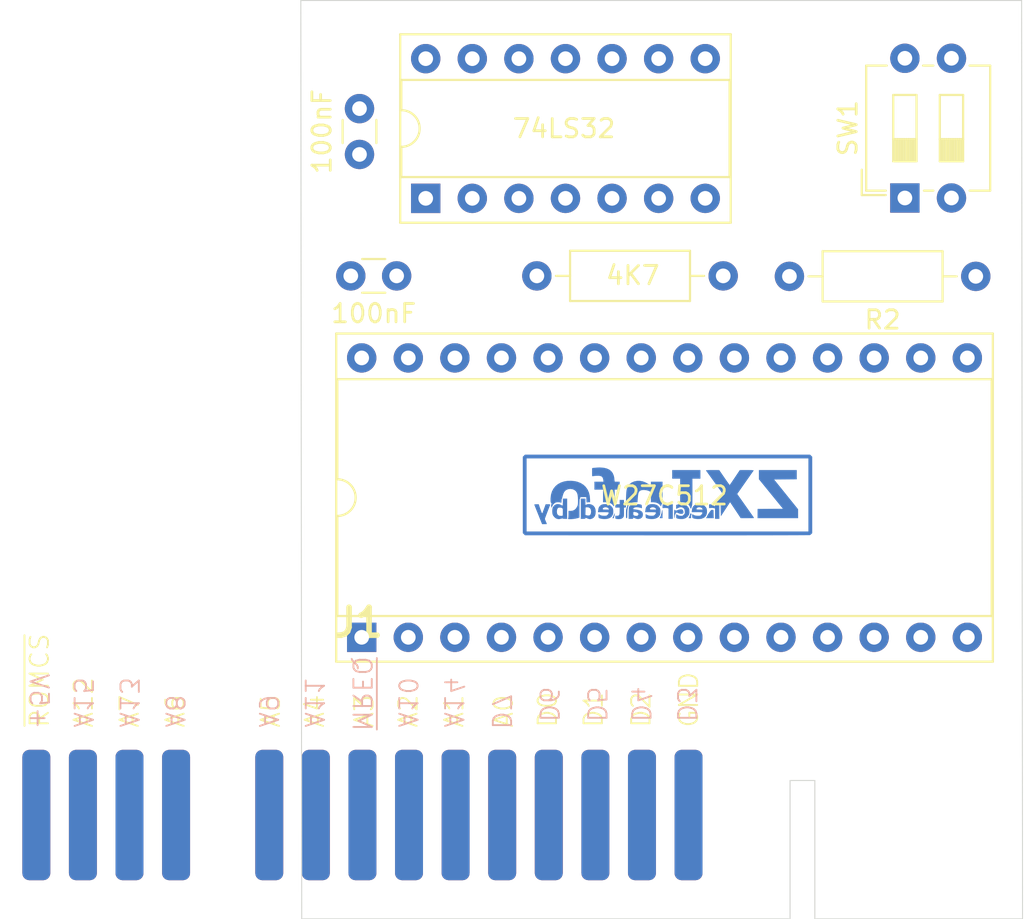
<source format=kicad_pcb>
(kicad_pcb (version 20240108) (generator "pcbnew") (generator_version "8.0")
  (layers (0 "F.Cu" signal) (1 "In1.Cu" signal) (2 "In2.Cu" signal) (31 "B.Cu" signal) (34 "B.Paste" user) (35 "F.Paste" user) (36 "B.SilkS" user "B.Silkscreen") (37 "F.SilkS" user "F.Silkscreen") (38 "B.Mask" user) (39 "F.Mask" user) (44 "Edge.Cuts" user))
  (net 0 "")
  (net 1 "+5V")
  (net 2 "Net-(J1-A15)")
  (net 3 "D0")
  (net 4 "Net-(U1-A14)")
  (net 5 "A6")
  (net 6 "A13")
  (net 7 "A2")
  (net 8 "Net-(U1-A15)")
  (net 9 "A7")
  (net 10 "A1")
  (net 11 "D2")
  (net 12 "A0")
  (net 13 "D3")
  (net 14 "D6")
  (net 15 "A5")
  (net 16 "D7")
  (net 17 "A12")
  (net 18 "D4")
  (net 19 "A8")
  (net 20 "A9")
  (net 21 "A10")
  (net 22 "D5")
  (net 23 "D1")
  (net 24 "A4")
  (net 25 "A3")
  (net 26 "Net-(J1-A14)")
  (net 27 "A11")
  (net 28 "Net-(J1-~{MREQ})")
  (net 29 "Net-(U1-~{CE})")
  (net 31 "Net-(U2-Pad3)")
  (net 33 "GND")
  (footprint "Resistor_THT:R_Axial_DIN0207_L6.3mm_D2.5mm_P10.16mm_Horizontal" (layer "F.Cu") (at 120.6 61.025 180)
    (property "Reference" "R2" (at 5.08 -2.37 180) (layer "F.SilkS"))
    (property "Value" "4K7")
    (pad "1" thru_hole circle (at 0 0 180) (size 1.6 1.6) (drill 0.8) (layers "*.Cu" "*.Mask") (net 1 "+5V"))
    (pad "2" thru_hole oval (at 10.16 0 180) (size 1.6 1.6) (drill 0.8) (layers "*.Cu" "*.Mask") (net 4 "Net-(U1-A14)"))
  )
  (footprint "Capacitor_THT:C_Disc_D3.0mm_W1.6mm_P2.50mm" (layer "F.Cu") (at 86.525 61)
    (property "Reference" "C2" (hide yes))
    (property "Value" "100nF" (at 1.25 2.05 0) (layer "F.SilkS"))
    (pad "1" thru_hole circle (at 0 0) (size 1.6 1.6) (drill 0.8) (layers "*.Cu" "*.Mask") (net 1 "+5V"))
    (pad "2" thru_hole circle (at 2.5 0) (size 1.6 1.6) (drill 0.8) (layers "*.Cu" "*.Mask") (net 33 "GND"))
  )
  (footprint "Package_DIP:DIP-28_W15.24mm_Socket" (layer "F.Cu") (at 87.12 80.715 90)
    (property "Reference" "U1" (hide yes))
    (property "Value" "W27C512" (at 7.725 16.505 0) (layer "F.SilkS"))
    (pad "1" thru_hole rect (at 0 0 90) (size 1.6 1.6) (drill 0.8) (layers "*.Cu" "*.Mask") (net 8 "Net-(U1-A15)"))
    (pad "2" thru_hole oval (at 0 2.54 90) (size 1.6 1.6) (drill 0.8) (layers "*.Cu" "*.Mask") (net 17 "A12"))
    (pad "3" thru_hole oval (at 0 5.08 90) (size 1.6 1.6) (drill 0.8) (layers "*.Cu" "*.Mask") (net 9 "A7"))
    (pad "4" thru_hole oval (at 0 7.62 90) (size 1.6 1.6) (drill 0.8) (layers "*.Cu" "*.Mask") (net 5 "A6"))
    (pad "5" thru_hole oval (at 0 10.16 90) (size 1.6 1.6) (drill 0.8) (layers "*.Cu" "*.Mask") (net 15 "A5"))
    (pad "6" thru_hole oval (at 0 12.7 90) (size 1.6 1.6) (drill 0.8) (layers "*.Cu" "*.Mask") (net 24 "A4"))
    (pad "7" thru_hole oval (at 0 15.24 90) (size 1.6 1.6) (drill 0.8) (layers "*.Cu" "*.Mask") (net 25 "A3"))
    (pad "8" thru_hole oval (at 0 17.78 90) (size 1.6 1.6) (drill 0.8) (layers "*.Cu" "*.Mask") (net 7 "A2"))
    (pad "9" thru_hole oval (at 0 20.32 90) (size 1.6 1.6) (drill 0.8) (layers "*.Cu" "*.Mask") (net 10 "A1"))
    (pad "10" thru_hole oval (at 0 22.86 90) (size 1.6 1.6) (drill 0.8) (layers "*.Cu" "*.Mask") (net 12 "A0"))
    (pad "11" thru_hole oval (at 0 25.4 90) (size 1.6 1.6) (drill 0.8) (layers "*.Cu" "*.Mask") (net 3 "D0"))
    (pad "12" thru_hole oval (at 0 27.94 90) (size 1.6 1.6) (drill 0.8) (layers "*.Cu" "*.Mask") (net 23 "D1"))
    (pad "13" thru_hole oval (at 0 30.48 90) (size 1.6 1.6) (drill 0.8) (layers "*.Cu" "*.Mask") (net 11 "D2"))
    (pad "14" thru_hole oval (at 0 33.02 90) (size 1.6 1.6) (drill 0.8) (layers "*.Cu" "*.Mask") (net 33 "GND"))
    (pad "15" thru_hole oval (at 15.24 33.02 90) (size 1.6 1.6) (drill 0.8) (layers "*.Cu" "*.Mask") (net 13 "D3"))
    (pad "16" thru_hole oval (at 15.24 30.48 90) (size 1.6 1.6) (drill 0.8) (layers "*.Cu" "*.Mask") (net 18 "D4"))
    (pad "17" thru_hole oval (at 15.24 27.94 90) (size 1.6 1.6) (drill 0.8) (layers "*.Cu" "*.Mask") (net 22 "D5"))
    (pad "18" thru_hole oval (at 15.24 25.4 90) (size 1.6 1.6) (drill 0.8) (layers "*.Cu" "*.Mask") (net 14 "D6"))
    (pad "19" thru_hole oval (at 15.24 22.86 90) (size 1.6 1.6) (drill 0.8) (layers "*.Cu" "*.Mask") (net 16 "D7"))
    (pad "20" thru_hole oval (at 15.24 20.32 90) (size 1.6 1.6) (drill 0.8) (layers "*.Cu" "*.Mask") (net 29 "Net-(U1-~{CE})"))
    (pad "21" thru_hole oval (at 15.24 17.78 90) (size 1.6 1.6) (drill 0.8) (layers "*.Cu" "*.Mask") (net 21 "A10"))
    (pad "22" thru_hole oval (at 15.24 15.24 90) (size 1.6 1.6) (drill 0.8) (layers "*.Cu" "*.Mask") (net 28 "Net-(J1-~{MREQ})"))
    (pad "23" thru_hole oval (at 15.24 12.7 90) (size 1.6 1.6) (drill 0.8) (layers "*.Cu" "*.Mask") (net 27 "A11"))
    (pad "24" thru_hole oval (at 15.24 10.16 90) (size 1.6 1.6) (drill 0.8) (layers "*.Cu" "*.Mask") (net 20 "A9"))
    (pad "25" thru_hole oval (at 15.24 7.62 90) (size 1.6 1.6) (drill 0.8) (layers "*.Cu" "*.Mask") (net 19 "A8"))
    (pad "26" thru_hole oval (at 15.24 5.08 90) (size 1.6 1.6) (drill 0.8) (layers "*.Cu" "*.Mask") (net 6 "A13"))
    (pad "27" thru_hole oval (at 15.24 2.54 90) (size 1.6 1.6) (drill 0.8) (layers "*.Cu" "*.Mask") (net 4 "Net-(U1-A14)"))
    (pad "28" thru_hole oval (at 15.24 0 90) (size 1.6 1.6) (drill 0.8) (layers "*.Cu" "*.Mask") (net 1 "+5V"))
  )
  (footprint "Capacitor_THT:C_Disc_D3.0mm_W1.6mm_P2.50mm" (layer "F.Cu") (at 87 51.875 -90)
    (property "Reference" "C1" (hide yes))
    (property "Value" "100nF" (at 1.25 2.05 90) (layer "F.SilkS"))
    (pad "1" thru_hole circle (at 0 0 270) (size 1.6 1.6) (drill 0.8) (layers "*.Cu" "*.Mask") (net 1 "+5V"))
    (pad "2" thru_hole circle (at 2.5 0 270) (size 1.6 1.6) (drill 0.8) (layers "*.Cu" "*.Mask") (net 33 "GND"))
  )
  (footprint "Button_Switch_THT:SW_DIP_SPSTx02_Slide_6.7x6.64mm_W7.62mm_P2.54mm_LowProfile" (layer "F.Cu") (at 116.735 56.75 90)
    (property "Reference" "SW1" (at 3.81 -3.11 -90) (layer "F.SilkS"))
    (property "Value" "SW_DIP_x02")
    (pad "1" thru_hole rect (at 0 0 90) (size 1.6 1.6) (drill 0.8) (layers "*.Cu" "*.Mask") (net 33 "GND"))
    (pad "2" thru_hole oval (at 0 2.54 90) (size 1.6 1.6) (drill 0.8) (layers "*.Cu" "*.Mask") (net 33 "GND"))
    (pad "3" thru_hole oval (at 7.62 2.54 90) (size 1.6 1.6) (drill 0.8) (layers "*.Cu" "*.Mask") (net 8 "Net-(U1-A15)"))
    (pad "4" thru_hole oval (at 7.62 0 90) (size 1.6 1.6) (drill 0.8) (layers "*.Cu" "*.Mask") (net 4 "Net-(U1-A14)"))
  )
  (footprint "ZXINFO_FOOTPRINT:CART_IF2_EDGE" (layer "F.Cu") (at 79.54 90.41)
    (property "Reference" "J1" (at 7.4 -10.5 360) (layer "F.SilkS") (effects (font (size 1.524 1.524) (thickness 0.3048))))
    (property "Value" "cartridge_IF2" (hide yes))
    (fp_text user "A8" (at -3.2 -4.7 -90) (layer "B.SilkS") (effects (font (thickness 0.1)) (justify left bottom mirror)))
    (fp_text user "A15" (at -8.2 -4.7 -90) (layer "B.SilkS") (effects (font (thickness 0.1)) (justify left bottom mirror)))
    (fp_text user "D7" (at 14.6 -4.6 -90) (layer "B.SilkS") (effects (font (thickness 0.1)) (justify left bottom mirror)))
    (fp_text user "A9" (at 1.9 -4.7 -90) (layer "B.SilkS") (effects (font (thickness 0.1)) (justify left bottom mirror)))
    (fp_text user "D6" (at 17.2 -5 -90) (layer "B.SilkS") (effects (font (thickness 0.1)) (justify left bottom mirror)))
    (fp_text user "A10" (at 9.5 -4.7 -90) (layer "B.SilkS") (effects (font (thickness 0.1)) (justify left bottom mirror)))
    (fp_text user "A13" (at -5.7 -4.7 -90) (layer "B.SilkS") (effects (font (thickness 0.1)) (justify left bottom mirror)))
    (fp_text user "~{MREQ}" (at 7 -4.5 -90) (layer "B.SilkS") (effects (font (thickness 0.1)) (justify left bottom mirror)))
    (fp_text user "A11" (at 4.4 -4.7 -90) (layer "B.SilkS") (effects (font (thickness 0.1)) (justify left bottom mirror)))
    (fp_text user "D3" (at 24.7 -5 -90) (layer "B.SilkS") (effects (font (thickness 0.1)) (justify left bottom mirror)))
    (fp_text user "D4" (at 22.2 -5 -90) (layer "B.SilkS") (effects (font (thickness 0.1)) (justify left bottom mirror)))
    (fp_text user "+5V" (at -10.6 -4.6 -90) (layer "B.SilkS") (effects (font (thickness 0.1)) (justify left bottom mirror)))
    (fp_text user "A14" (at 12 -4.7 -90) (layer "B.SilkS") (effects (font (thickness 0.1)) (justify left bottom mirror)))
    (fp_text user "D5" (at 19.8 -5 -90) (layer "B.SilkS") (effects (font (thickness 0.1)) (justify left bottom mirror)))
    (fp_text user "A12" (at -7 -4.7 90) (layer "F.SilkS") (effects (font (thickness 0.1)) (justify left bottom)))
    (fp_text user "A5" (at 3.2 -4.7 90) (layer "F.SilkS") (effects (font (thickness 0.1)) (justify left bottom)))
    (fp_text user "D0" (at 18.3 -4.7 90) (layer "F.SilkS") (effects (font (thickness 0.1)) (justify left bottom)))
    (fp_text user "GND" (at 26 -4.7 90) (layer "F.SilkS") (effects (font (thickness 0.1)) (justify left bottom)))
    (fp_text user "D1" (at 20.8 -4.7 90) (layer "F.SilkS") (effects (font (thickness 0.1)) (justify left bottom)))
    (fp_text user "A1" (at 13.2 -4.7 90) (layer "F.SilkS") (effects (font (thickness 0.1)) (justify left bottom)))
    (fp_text user "A7" (at -4.5 -4.7 90) (layer "F.SilkS") (effects (font (thickness 0.1)) (justify left bottom)))
    (fp_text user "D2" (at 23.4 -4.7 90) (layer "F.SilkS") (effects (font (thickness 0.1)) (justify left bottom)))
    (fp_text user "A3" (at 8.3 -4.7 90) (layer "F.SilkS") (effects (font (thickness 0.1)) (justify left bottom)))
    (fp_text user "A4" (at 5.6 -4.7 90) (layer "F.SilkS") (effects (font (thickness 0.1)) (justify left bottom)))
    (fp_text user "A6" (at -2 -4.7 90) (layer "F.SilkS") (effects (font (thickness 0.1)) (justify left bottom)))
    (fp_text user "A2" (at 10.7 -4.7 90) (layer "F.SilkS") (effects (font (thickness 0.1)) (justify left bottom)))
    (fp_text user "A0" (at 15.9 -4.7 90) (layer "F.SilkS") (effects (font (thickness 0.1)) (justify left bottom)))
    (fp_text user "~{ROMCS}" (at -9.4 -4.7 90) (layer "F.SilkS") (effects (font (thickness 0.1)) (justify left bottom)))
    (pad "1" connect roundrect (at -10.16 0) (size 1.524 7.112) (layers "F.Cu") (net 1 "+5V"))
    (pad "2" connect roundrect (at -10.16 0) (size 1.524 7.112) (layers "B.Cu") (net 1 "+5V"))
    (pad "3" connect roundrect (at -7.62 0) (size 1.524 7.112) (layers "F.Cu") (net 17 "A12"))
    (pad "4" connect roundrect (at -7.62 0) (size 1.524 7.112) (layers "B.Cu") (net 2 "Net-(J1-A15)"))
    (pad "5" connect roundrect (at -5.08 0) (size 1.524 7.112) (layers "F.Cu") (net 9 "A7"))
    (pad "6" connect roundrect (at -5.08 0) (size 1.524 7.112) (layers "B.Cu") (net 6 "A13"))
    (pad "7" connect roundrect (at -2.54 0) (size 1.524 7.112) (layers "F.Cu") (net 5 "A6"))
    (pad "8" connect roundrect (at -2.54 0) (size 1.524 7.112) (layers "B.Cu") (net 19 "A8"))
    (pad "9" connect roundrect (at 2.54 0) (size 1.524 7.112) (layers "F.Cu") (net 15 "A5"))
    (pad "10" connect roundrect (at 2.54 0) (size 1.524 7.112) (layers "B.Cu") (net 20 "A9"))
    (pad "11" connect roundrect (at 5.08 0) (size 1.524 7.112) (layers "F.Cu") (net 24 "A4"))
    (pad "12" connect roundrect (at 5.08 0) (size 1.524 7.112) (layers "B.Cu") (net 27 "A11"))
    (pad "13" connect roundrect (at 7.62 0) (size 1.524 7.112) (layers "F.Cu") (net 25 "A3"))
    (pad "14" connect roundrect (at 7.62 0) (size 1.524 7.112) (layers "B.Cu") (net 28 "Net-(J1-~{MREQ})"))
    (pad "15" connect roundrect (at 10.16 0) (size 1.524 7.112) (layers "F.Cu") (net 7 "A2"))
    (pad "16" connect roundrect (at 10.16 0) (size 1.524 7.112) (layers "B.Cu") (net 21 "A10"))
    (pad "17" connect roundrect (at 12.7 0) (size 1.524 7.112) (layers "F.Cu") (net 10 "A1"))
    (pad "18" connect roundrect (at 12.7 0) (size 1.524 7.112) (layers "B.Cu") (net 26 "Net-(J1-A14)"))
    (pad "19" connect roundrect (at 15.24 0) (size 1.524 7.112) (layers "F.Cu") (net 12 "A0"))
    (pad "20" connect roundrect (at 15.24 0) (size 1.524 7.112) (layers "B.Cu") (net 16 "D7"))
    (pad "21" connect roundrect (at 17.78 0) (size 1.524 7.112) (layers "F.Cu") (net 3 "D0"))
    (pad "22" connect roundrect (at 17.78 0) (size 1.524 7.112) (layers "B.Cu") (net 14 "D6"))
    (pad "23" connect roundrect (at 20.32 0) (size 1.524 7.112) (layers "F.Cu") (net 23 "D1"))
    (pad "24" connect roundrect (at 20.32 0) (size 1.524 7.112) (layers "B.Cu") (net 22 "D5"))
    (pad "25" connect roundrect (at 22.86 0) (size 1.524 7.112) (layers "F.Cu") (net 11 "D2"))
    (pad "26" connect roundrect (at 22.86 0) (size 1.524 7.112) (layers "B.Cu") (net 18 "D4"))
    (pad "27" connect roundrect (at 25.4 0) (size 1.524 7.112) (layers "F.Cu") (net 33 "GND"))
    (pad "28" connect roundrect (at 25.4 0) (size 1.524 7.112) (layers "B.Cu") (net 13 "D3"))
  )
  (footprint "Resistor_THT:R_Axial_DIN0207_L6.3mm_D2.5mm_P10.16mm_Horizontal" (layer "F.Cu") (at 106.83 61 180)
    (property "Reference" "R1" (hide yes))
    (property "Value" "4K7" (at 4.93 0.025 180) (layer "F.SilkS"))
    (pad "1" thru_hole circle (at 0 0 180) (size 1.6 1.6) (drill 0.8) (layers "*.Cu" "*.Mask") (net 1 "+5V"))
    (pad "2" thru_hole oval (at 10.16 0 180) (size 1.6 1.6) (drill 0.8) (layers "*.Cu" "*.Mask") (net 8 "Net-(U1-A15)"))
  )
  (footprint "Package_DIP:DIP-14_W7.62mm_Socket" (layer "F.Cu") (at 90.61 56.77 90)
    (property "Reference" "U2" (hide yes))
    (property "Value" "74LS32" (at 3.81 7.54 180) (layer "F.SilkS"))
    (pad "1" thru_hole rect (at 0 0 90) (size 1.6 1.6) (drill 0.8) (layers "*.Cu" "*.Mask") (net 2 "Net-(J1-A15)"))
    (pad "2" thru_hole oval (at 0 2.54 90) (size 1.6 1.6) (drill 0.8) (layers "*.Cu" "*.Mask") (net 26 "Net-(J1-A14)"))
    (pad "3" thru_hole oval (at 0 5.08 90) (size 1.6 1.6) (drill 0.8) (layers "*.Cu" "*.Mask") (net 31 "Net-(U2-Pad3)"))
    (pad "4" thru_hole oval (at 0 7.62 90) (size 1.6 1.6) (drill 0.8) (layers "*.Cu" "*.Mask") (net 31 "Net-(U2-Pad3)"))
    (pad "5" thru_hole oval (at 0 10.16 90) (size 1.6 1.6) (drill 0.8) (layers "*.Cu" "*.Mask") (net 28 "Net-(J1-~{MREQ})"))
    (pad "6" thru_hole oval (at 0 12.7 90) (size 1.6 1.6) (drill 0.8) (layers "*.Cu" "*.Mask") (net 29 "Net-(U1-~{CE})"))
    (pad "7" thru_hole oval (at 0 15.24 90) (size 1.6 1.6) (drill 0.8) (layers "*.Cu" "*.Mask") (net 33 "GND"))
    (pad "8" thru_hole oval (at 7.62 15.24 90) (size 1.6 1.6) (drill 0.8) (layers "*.Cu" "*.Mask"))
    (pad "9" thru_hole oval (at 7.62 12.7 90) (size 1.6 1.6) (drill 0.8) (layers "*.Cu" "*.Mask") (net 33 "GND"))
    (pad "10" thru_hole oval (at 7.62 10.16 90) (size 1.6 1.6) (drill 0.8) (layers "*.Cu" "*.Mask") (net 33 "GND"))
    (pad "11" thru_hole oval (at 7.62 7.62 90) (size 1.6 1.6) (drill 0.8) (layers "*.Cu" "*.Mask"))
    (pad "12" thru_hole oval (at 7.62 5.08 90) (size 1.6 1.6) (drill 0.8) (layers "*.Cu" "*.Mask") (net 33 "GND"))
    (pad "13" thru_hole oval (at 7.62 2.54 90) (size 1.6 1.6) (drill 0.8) (layers "*.Cu" "*.Mask") (net 33 "GND"))
    (pad "14" thru_hole oval (at 7.62 0 90) (size 1.6 1.6) (drill 0.8) (layers "*.Cu" "*.Mask") (net 1 "+5V"))
  )
  (footprint "ZXINFO_FOOTPRINT:ZXInfo_kicad_logo_copper_16.5x5" (layer "B.Cu") (at 103.775 72.95 180)
    (property "Reference" "G200" (hide yes))
    (property "Value" "LOGO" (hide yes))
    (fp_poly (pts (xy 3.442226 -1.041726) (xy 3.433167 -1.050785) (xy 3.424109 -1.041726) (xy 3.433167 -1.032668)) (fill solid) (layer "B.Cu"))
    (fp_poly (pts (xy 0.869615 -1.041726) (xy 0.860557 -1.050785) (xy 0.851498 -1.041726) (xy 0.860557 -1.032668)) (fill solid) (layer "B.Cu"))
    (fp_poly (pts (xy -1.666761 -1.041726) (xy -1.67582 -1.050785) (xy -1.684878 -1.041726) (xy -1.67582 -1.032668)) (fill solid) (layer "B.Cu"))
    (fp_poly (pts (xy 2.899722 -1.068902) (xy 2.924255 -1.133892) (xy 2.949639 -1.192455) (xy 2.962832 -1.218367) (xy 2.980634 -1.252735) (xy 2.976375 -1.265988) (xy 2.946461 -1.268188) (xy 2.945033 -1.268188) (xy 2.911749 -1.262378) (xy 2.899748 -1.237553) (xy 2.898717 -1.214907) (xy 2.893132 -1.173068) (xy 2.8806 -1.150428) (xy 2.870112 -1.127107) (xy 2.864277 -1.080839) (xy 2.863806 -1.054245) (xy 2.86513 -0.969258)) (fill solid) (layer "B.Cu"))
    (fp_poly (pts (xy 0.283333 -0.831283) (xy 0.28954 -0.871074) (xy 0.289872 -0.884214) (xy 0.297028 -0.94415) (xy 0.315677 -1.022864) (xy 0.341593 -1.10649) (xy 0.370546 -1.181161) (xy 0.39451 -1.227425) (xy 0.40866 -1.252212) (xy 0.4043 -1.264128) (xy 0.374809 -1.267887) (xy 0.337248 -1.268188) (xy 0.253638 -1.268188) (xy 0.253638 -1.041726) (xy 0.255033 -0.943622) (xy 0.25901 -0.870666) (xy 0.265253 -0.826789) (xy 0.271755 -0.815264)) (fill solid) (layer "B.Cu"))
    (fp_poly (pts (xy -1.262033 -1.022241) (xy -1.244966 -1.072991) (xy -1.241357 -1.084427) (xy -1.218935 -1.147917) (xy -1.195444 -1.202807) (xy -1.182407 -1.226847) (xy -1.167243 -1.253006) (xy -1.172226 -1.264853) (xy -1.203866 -1.268056) (xy -1.22987 -1.268188) (xy -1.304422 -1.268188) (xy -1.304422 -1.181227) (xy -1.308334 -1.125725) (xy -1.318244 -1.084644) (xy -1.32435 -1.074337) (xy -1.331666 -1.050831) (xy -1.308749 -1.018878) (xy -1.288437 -1.000522) (xy -1.274694 -0.999864)) (fill solid) (layer "B.Cu"))
    (fp_poly (pts (xy -2.410635 -0.817249) (xy -2.386968 -0.834843) (xy -2.357145 -0.870316) (xy -2.315067 -0.928776) (xy -2.296326 -0.955598) (xy -2.252422 -1.01987) (xy -2.217655 -1.073248) (xy -2.196495 -1.108727) (xy -2.192154 -1.118924) (xy -2.184261 -1.142297) (xy -2.164499 -1.184046) (xy -2.155884 -1.200518) (xy -2.119615 -1.268188) (xy -2.328553 -1.268188) (xy -2.537491 -1.268188) (xy -2.532405 -1.046256) (xy -2.527318 -0.824323) (xy -2.463908 -0.815259) (xy -2.434249 -0.812424)) (fill solid) (layer "B.Cu"))
    (fp_poly (pts (xy -5.000285 1.106895) (xy -5.000285 0.855016) (xy -5.65394 0.051581) (xy -6.307594 -0.751855) (xy -5.617706 -0.756599) (xy -4.927817 -0.761344) (xy -4.927817 -1.014766) (xy -4.927817 -1.268188) (xy -6.032952 -1.268188) (xy -7.138088 -1.268188) (xy -7.138088 -1.02381) (xy -7.138088 -0.779432) (xy -6.485211 0.031504) (xy -5.832333 0.842439) (xy -6.448977 0.847206) (xy -7.06562 0.851973) (xy -7.06562 1.105373) (xy -7.06562 1.358773) (xy -6.032952 1.358773) (xy -5.000285 1.358773)) (fill solid) (layer "B.Cu"))
    (fp_poly (pts (xy -0.072467 -0.561626) (xy -0.071154 -0.599745) (xy -0.067989 -0.615747) (xy -0.067938 -0.615748) (xy -0.050776 -0.608094) (xy -0.01023 -0.588277) (xy 0.043317 -0.561397) (xy 0.107224 -0.53294) (xy 0.166143 -0.513336) (xy 0.20184 -0.507275) (xy 0.230885 -0.509) (xy 0.246343 -0.519963) (xy 0.252499 -0.548851) (xy 0.253636 -0.604347) (xy 0.253638 -0.612307) (xy 0.253638 -0.717338) (xy 0.140407 -0.710384) (xy 0.071241 -0.709698) (xy 0.009537 -0.715122) (xy -0.022646 -0.722665) (xy -0.072467 -0.741899) (xy -0.072467 -1.023161) (xy -0.072467 -1.304422) (xy -0.190228 -1.304422) (xy -0.307988 -1.304422) (xy -0.307988 -0.905849) (xy -0.307988 -0.507275) (xy -0.190228 -0.507275) (xy -0.072467 -0.507275)) (fill solid) (layer "B.Cu"))
    (fp_poly (pts (xy -2.608844 -0.561626) (xy -2.60753 -0.599745) (xy -2.604365 -0.615747) (xy -2.604315 -0.615748) (xy -2.587152 -0.608094) (xy -2.546607 -0.588277) (xy -2.49306 -0.561397) (xy -2.429152 -0.53294) (xy -2.370233 -0.513336) (xy -2.334536 -0.507275) (xy -2.305492 -0.509) (xy -2.290034 -0.519963) (xy -2.283878 -0.548851) (xy -2.282741 -0.604347) (xy -2.282738 -0.612307) (xy -2.282738 -0.717338) (xy -2.39597 -0.710384) (xy -2.465136 -0.709698) (xy -2.52684 -0.715122) (xy -2.559022 -0.722665) (xy -2.608844 -0.741899) (xy -2.608844 -1.023161) (xy -2.608844 -1.304422) (xy -2.726604 -1.304422) (xy -2.844365 -1.304422) (xy -2.844365 -0.905849) (xy -2.844365 -0.507275) (xy -2.726604 -0.507275) (xy -2.608844 -0.507275)) (fill solid) (layer "B.Cu"))
    (fp_poly (pts (xy -0.271754 1.123252) (xy -0.271754 0.887732) (xy -0.489158 0.887732) (xy -0.706562 0.887732) (xy -0.706562 0.244579) (xy -0.706562 -0.398574) (xy -0.819793 -0.399369) (xy -0.949182 -0.410728) (xy -1.054789 -0.444868) (xy -1.140826 -0.50489) (xy -1.211503 -0.593894) (xy -1.271034 -0.71498) (xy -1.280039 -0.738155) (xy -1.289198 -0.754162) (xy -1.299422 -0.748716) (xy -1.313429 -0.717468) (xy -1.333934 -0.656067) (xy -1.336614 -0.64757) (xy -1.347093 -0.613073) (xy -1.355627 -0.580192) (xy -1.36241 -0.544908) (xy -1.367641 -0.503201) (xy -1.371515 -0.451053) (xy -1.37423 -0.384444) (xy -1.375982 -0.299356) (xy -1.376966 -0.191768) (xy -1.377381 -0.057663) (xy -1.377423 0.106979) (xy -1.377377 0.185699) (xy -1.37689 0.887732) (xy -1.594293 0.887732) (xy -1.811697 0.887732) (xy -1.811697 1.123252) (xy -1.811697 1.358773) (xy -1.041726 1.358773) (xy -0.271754 1.358773)) (fill solid) (layer "B.Cu"))
    (fp_poly (pts (xy -0.734216 -0.784943) (xy -0.706871 -0.787989) (xy -0.642835 -0.799458) (xy -0.588276 -0.815595) (xy -0.566792 -0.825783) (xy -0.517265 -0.846318) (xy -0.468038 -0.849842) (xy -0.431997 -0.836484) (xy -0.423242 -0.824323) (xy -0.407537 -0.796749) (xy -0.39541 -0.805206) (xy -0.386859 -0.849699) (xy -0.381881 -0.930237) (xy -0.380456 -1.032668) (xy -0.3818 -1.133394) (xy -0.385641 -1.208666) (xy -0.391692 -1.254748) (xy -0.398573 -1.268188) (xy -0.409088 -1.251933) (xy -0.415625 -1.210536) (xy -0.41669 -1.181227) (xy -0.419924 -1.126428) (xy -0.428124 -1.086716) (xy -0.433273 -1.077054) (xy -0.448407 -1.046843) (xy -0.455919 -1.014551) (xy -0.475518 -0.977193) (xy -0.516825 -0.963175) (xy -0.573188 -0.973282) (xy -0.61842 -0.995364) (xy -0.681517 -1.02119) (xy -0.75308 -1.031972) (xy -0.81982 -1.027224) (xy -0.868447 -1.006458) (xy -0.870607 -1.004594) (xy -0.889485 -0.965469) (xy -0.887621 -0.910448) (xy -0.86699 -0.851861) (xy -0.839828 -0.812379) (xy -0.815314 -0.791506) (xy -0.784128 -0.783098)) (fill solid) (layer "B.Cu"))
    (fp_poly (pts (xy 2.590728 -0.389515) (xy 2.590728 -0.507275) (xy 2.708488 -0.507275) (xy 2.826249 -0.507275) (xy 2.826249 -0.59786) (xy 2.826249 -0.688445) (xy 2.708488 -0.688445) (xy 2.590728 -0.688445) (xy 2.590995 -0.865086) (xy 2.593035 -0.96927) (xy 2.600636 -1.042583) (xy 2.616568 -1.090282) (xy 2.6436 -1.117622) (xy 2.684502 -1.129859) (xy 2.731837 -1.132311) (xy 2.826313 -1.132311) (xy 2.826281 -1.215996) (xy 2.824749 -1.267229) (xy 2.814923 -1.293295) (xy 2.788878 -1.305259) (xy 2.75831 -1.310911) (xy 2.632964 -1.320216) (xy 2.520233 -1.306427) (xy 2.506175 -1.30266) (xy 2.455889 -1.277306) (xy 2.407719 -1.236893) (xy 2.402002 -1.230436) (xy 2.383105 -1.206362) (xy 2.370128 -1.182243) (xy 2.36196 -1.150989) (xy 2.357491 -1.105513) (xy 2.355611 -1.038724) (xy 2.355209 -0.943533) (xy 2.355207 -0.931634) (xy 2.355207 -0.688445) (xy 2.300856 -0.688445) (xy 2.268682 -0.686466) (xy 2.252638 -0.674298) (xy 2.247116 -0.642593) (xy 2.246505 -0.59786) (xy 2.247693 -0.544236) (xy 2.254994 -0.517496) (xy 2.274017 -0.508293) (xy 2.300856 -0.507275) (xy 2.355207 -0.507275) (xy 2.355207 -0.389515) (xy 2.355207 -0.271755) (xy 2.472968 -0.271755) (xy 2.590728 -0.271755)) (fill solid) (layer "B.Cu"))
    (fp_poly (pts (xy 7.812598 2.141984) (xy 7.871826 2.082755) (xy 7.871826 0) (xy 7.871826 -2.082756) (xy 7.812598 -2.141984) (xy 7.75337 -2.201213) (xy 0.004182 -2.204627) (xy -0.524047 -2.204825) (xy -1.043204 -2.204951) (xy -1.55211 -2.205006) (xy -2.049585 -2.204993) (xy -2.534449 -2.204913) (xy -3.005522 -2.204768) (xy -3.461623 -2.20456) (xy -3.901573 -2.20429) (xy -4.324191 -2.20396) (xy -4.728297 -2.203573) (xy -5.112711 -2.203129) (xy -5.476254 -2.20263) (xy -5.817744 -2.202079) (xy -6.136003 -2.201477) (xy -6.429849 -2.200826) (xy -6.698102 -2.200127) (xy -6.939583 -2.199382) (xy -7.153112 -2.198594) (xy -7.337508 -2.197763) (xy -7.49159 -2.196892) (xy -7.61418 -2.195982) (xy -7.704097 -2.195035) (xy -7.760161 -2.194054) (xy -7.781192 -2.193038) (xy -7.781241 -2.19302) (xy -7.818196 -2.169603) (xy -7.859425 -2.132801) (xy -7.862767 -2.129266) (xy -7.908059 -2.080533) (xy -7.908059 0.001111) (xy -7.908059 1.992867) (xy -7.699714 1.992867) (xy -7.699714 0) (xy -7.699714 -1.992867) (xy -0.018117 -1.992867) (xy 7.663481 -1.992867) (xy 7.663481 0) (xy 7.663481 1.992867) (xy -0.018117 1.992867) (xy -7.699714 1.992867) (xy -7.908059 1.992867) (xy -7.908059 2.082755) (xy -7.848831 2.141984) (xy -7.789602 2.201212) (xy -0.018117 2.201212) (xy 7.753369 2.201212)) (fill solid) (layer "B.Cu"))
    (fp_poly (pts (xy 4.710414 -0.751855) (xy 4.710414 -1.304422) (xy 4.583595 -1.304422) (xy 4.516866 -1.303407) (xy 4.478632 -1.298926) (xy 4.46118 -1.288825) (xy 4.456794 -1.270952) (xy 4.456777 -1.269022) (xy 4.454775 -1.250124) (xy 4.443578 -1.244758) (xy 4.415401 -1.253653) (xy 4.362455 -1.277534) (xy 4.361662 -1.277903) (xy 4.27208 -1.311498) (xy 4.195027 -1.319435) (xy 4.117915 -1.302171) (xy 4.083586 -1.288019) (xy 4.000494 -1.23225) (xy 3.941726 -1.151038) (xy 3.906879 -1.043562) (xy 3.895967 -0.914016) (xy 4.148788 -0.914016) (xy 4.156576 -0.986621) (xy 4.177104 -1.051369) (xy 4.206114 -1.09731) (xy 4.225404 -1.111127) (xy 4.276851 -1.120658) (xy 4.34274 -1.11943) (xy 4.403115 -1.108064) (xy 4.4109 -1.105358) (xy 4.457967 -1.087463) (xy 4.452843 -0.883425) (xy 4.447718 -0.679387) (xy 4.377449 -0.673625) (xy 4.287643 -0.680198) (xy 4.219277 -0.715631) (xy 4.173372 -0.778846) (xy 4.150954 -0.868769) (xy 4.148788 -0.914016) (xy 3.895967 -0.914016) (xy 3.895545 -0.909003) (xy 3.895548 -0.907675) (xy 3.91017 -0.778175) (xy 3.952034 -0.670315) (xy 4.01953 -0.586101) (xy 4.111046 -0.527538) (xy 4.224973 -0.496635) (xy 4.225473 -0.496569) (xy 4.319517 -0.498868) (xy 4.379779 -0.514186) (xy 4.456777 -0.541902) (xy 4.456777 -0.370595) (xy 4.456777 -0.199287) (xy 4.583595 -0.199287) (xy 4.710414 -0.199287)) (fill solid) (layer "B.Cu"))
    (fp_poly (pts (xy 6.712804 -0.747325) (xy 6.745121 -0.834995) (xy 6.773912 -0.910523) (xy 6.796584 -0.967298) (xy 6.810546 -0.99871) (xy 6.812785 -1.002366) (xy 6.824047 -0.993177) (xy 6.843953 -0.954136) (xy 6.870604 -0.890055) (xy 6.9021 -0.805748) (xy 6.936541 -0.706026) (xy 6.967116 -0.611448) (xy 6.99977 -0.507275) (xy 7.12328 -0.507275) (xy 7.184904 -0.509098) (xy 7.229222 -0.513885) (xy 7.246933 -0.520615) (xy 7.246956 -0.520863) (xy 7.240473 -0.540413) (xy 7.22202 -0.589409) (xy 7.193223 -0.663708) (xy 7.155703 -0.759169) (xy 7.111085 -0.87165) (xy 7.060992 -0.997008) (xy 7.034082 -1.064011) (xy 6.821042 -1.59357) (xy 6.689694 -1.593932) (xy 6.625953 -1.592773) (xy 6.579268 -1.589381) (xy 6.558643 -1.584453) (xy 6.558346 -1.583743) (xy 6.565135 -1.563183) (xy 6.583067 -1.518584) (xy 6.608486 -1.458982) (xy 6.612697 -1.449358) (xy 6.6391 -1.386591) (xy 6.658425 -1.335679) (xy 6.666931 -1.306558) (xy 6.667048 -1.304944) (xy 6.660751 -1.282567) (xy 6.643153 -1.231755) (xy 6.616193 -1.1578) (xy 6.581811 -1.065995) (xy 6.541946 -0.961633) (xy 6.528764 -0.927524) (xy 6.487033 -0.81942) (xy 6.449509 -0.721424) (xy 6.418279 -0.639051) (xy 6.395429 -0.577814) (xy 6.383048 -0.543229) (xy 6.381716 -0.53898) (xy 6.38109 -0.5223) (xy 6.395426 -0.512718) (xy 6.431742 -0.50834) (xy 6.497056 -0.507276) (xy 6.499323 -0.507275) (xy 6.625697 -0.507275)) (fill solid) (layer "B.Cu"))
    (fp_poly (pts (xy -0.700169 -0.502509) (xy -0.623145 -0.510281) (xy -0.566155 -0.521669) (xy -0.489158 -0.544906) (xy -0.489158 -0.65291) (xy -0.490257 -0.710042) (xy -0.493111 -0.749192) (xy -0.496367 -0.760913) (xy -0.514872 -0.752699) (xy -0.554168 -0.731726) (xy -0.582423 -0.715839) (xy -0.677322 -0.677245) (xy -0.768357 -0.669885) (xy -0.849729 -0.693637) (xy -0.890964 -0.72229) (xy -0.923183 -0.754794) (xy -0.941846 -0.788067) (xy -0.951708 -0.834529) (xy -0.956752 -0.89412) (xy -0.959901 -0.959199) (xy -0.956369 -1.000877) (xy -0.942166 -1.031886) (xy -0.913299 -1.06496) (xy -0.898541 -1.079832) (xy -0.859684 -1.116423) (xy -0.827827 -1.135216) (xy -0.788892 -1.140899) (xy -0.7288 -1.138158) (xy -0.724287 -1.137833) (xy -0.629166 -1.122173) (xy -0.562309 -1.090388) (xy -0.524787 -1.06443) (xy -0.500961 -1.051211) (xy -0.49895 -1.050785) (xy -0.493748 -1.067235) (xy -0.490197 -1.10993) (xy -0.489158 -1.157714) (xy -0.490213 -1.217771) (xy -0.496558 -1.251948) (xy -0.512966 -1.270595) (xy -0.544209 -1.28406) (xy -0.548038 -1.285416) (xy -0.624979 -1.303392) (xy -0.720959 -1.313049) (xy -0.819563 -1.313547) (xy -0.904378 -1.304045) (xy -0.905848 -1.303741) (xy -1.010058 -1.265539) (xy -1.100616 -1.20079) (xy -1.167735 -1.116751) (xy -1.174174 -1.104893) (xy -1.196668 -1.054381) (xy -1.208459 -1.004765) (xy -1.211794 -0.942353) (xy -1.21034 -0.884667) (xy -1.20527 -0.807638) (xy -1.195242 -0.753631) (xy -1.176596 -0.709458) (xy -1.15036 -0.668543) (xy -1.073517 -0.587049) (xy -0.975771 -0.532792) (xy -0.854904 -0.504765) (xy -0.779921 -0.50019)) (fill solid) (layer "B.Cu"))
    (fp_poly (pts (xy 5.688731 -0.389515) (xy 5.690253 -0.469679) (xy 5.694403 -0.532488) (xy 5.700556 -0.570985) (xy 5.705812 -0.579743) (xy 5.731431 -0.571293) (xy 5.773022 -0.550412) (xy 5.782809 -0.544838) (xy 5.882577 -0.504565) (xy 5.981867 -0.496445) (xy 6.074686 -0.518234) (xy 6.155042 -0.567684) (xy 6.216944 -0.64255) (xy 6.249268 -0.719655) (xy 6.264093 -0.808095) (xy 6.267208 -0.911619) (xy 6.258632 -1.011027) (xy 6.248881 -1.057211) (xy 6.215191 -1.129738) (xy 6.159489 -1.201641) (xy 6.092216 -1.26189) (xy 6.023811 -1.299456) (xy 6.017728 -1.301416) (xy 5.944451 -1.31798) (xy 5.877789 -1.318034) (xy 5.800589 -1.301091) (xy 5.779316 -1.29467) (xy 5.725682 -1.281785) (xy 5.695508 -1.282888) (xy 5.69175 -1.286823) (xy 5.671946 -1.295882) (xy 5.62617 -1.302235) (xy 5.569461 -1.304422) (xy 5.45321 -1.304422) (xy 5.45321 -0.931032) (xy 5.688731 -0.931032) (xy 5.68984 -1.009841) (xy 5.692831 -1.074632) (xy 5.697205 -1.117172) (xy 5.700809 -1.129292) (xy 5.730279 -1.139219) (xy 5.781517 -1.141328) (xy 5.841105 -1.136454) (xy 5.895622 -1.125431) (xy 5.921624 -1.115553) (xy 5.973929 -1.071711) (xy 6.004494 -1.003769) (xy 6.014823 -0.908316) (xy 6.014836 -0.904097) (xy 6.006394 -0.822398) (xy 5.983474 -0.75464) (xy 5.949691 -0.709793) (xy 5.932498 -0.699699) (xy 5.874363 -0.688956) (xy 5.806456 -0.691869) (xy 5.747161 -0.706909) (xy 5.728996 -0.716648) (xy 5.71075 -0.732195) (xy 5.699024 -0.753099) (xy 5.692395 -0.786938) (xy 5.689439 -0.841293) (xy 5.688733 -0.923744) (xy 5.688731 -0.931032) (xy 5.45321 -0.931032) (xy 5.45321 -0.751855) (xy 5.45321 -0.199287) (xy 5.570971 -0.199287) (xy 5.688731 -0.199287)) (fill solid) (layer "B.Cu"))
    (fp_poly (pts (xy 3.800914 1.49601) (xy 3.885638 1.490002) (xy 3.962139 1.483314) (xy 4.019708 1.476945) (xy 4.040964 1.47364) (xy 4.094437 1.462946) (xy 4.094437 1.236635) (xy 4.094259 1.142914) (xy 4.093013 1.07983) (xy 4.089635 1.041789) (xy 4.083056 1.023194) (xy 4.072213 1.018449) (xy 4.056038 1.021958) (xy 4.053674 1.022673) (xy 4.017565 1.029343) (xy 3.956256 1.036526) (xy 3.880739 1.043013) (xy 3.849858 1.04509) (xy 3.726502 1.046455) (xy 3.632888 1.031746) (xy 3.565221 0.998599) (xy 3.519704 0.944649) (xy 3.492539 0.867533) (xy 3.484413 0.817555) (xy 3.473413 0.724679) (xy 3.720515 0.724679) (xy 3.967618 0.724679) (xy 3.967618 0.507275) (xy 3.967618 0.289871) (xy 3.732097 0.289871) (xy 3.496577 0.289871) (xy 3.496577 -0.054351) (xy 3.496577 -0.398574) (xy 3.34614 -0.398574) (xy 3.205994 -0.411036) (xy 3.090635 -0.448918) (xy 2.998315 -0.512966) (xy 2.951408 -0.566792) (xy 2.920339 -0.608382) (xy 2.904738 -0.622872) (xy 2.899306 -0.612858) (xy 2.898717 -0.592589) (xy 2.892408 -0.553164) (xy 2.8806 -0.534451) (xy 2.87444 -0.512681) (xy 2.869424 -0.45754) (xy 2.865677 -0.371878) (xy 2.863323 -0.258545) (xy 2.862483 -0.120389) (xy 2.862483 -0.116691) (xy 2.862483 0.289871) (xy 2.726605 0.289871) (xy 2.590728 0.289871) (xy 2.590728 0.507275) (xy 2.590728 0.724679) (xy 2.724341 0.724679) (xy 2.857953 0.724679) (xy 2.869277 0.781294) (xy 2.877704 0.843208) (xy 2.8806 0.897146) (xy 2.886013 0.945648) (xy 2.900105 1.012715) (xy 2.917021 1.0743) (xy 2.974431 1.203439) (xy 3.059591 1.309493) (xy 3.172208 1.392322) (xy 3.311988 1.451786) (xy 3.478637 1.487745) (xy 3.671862 1.500059)) (fill solid) (layer "B.Cu"))
    (fp_poly (pts (xy 3.48252 -0.504681) (xy 3.560976 -0.522705) (xy 3.623047 -0.556297) (xy 3.670953 -0.600668) (xy 3.710905 -0.651388) (xy 3.736445 -0.70436) (xy 3.752595 -0.772457) (xy 3.760301 -0.829739) (xy 3.773012 -0.942083) (xy 3.4808 -0.942083) (xy 3.371895 -0.942297) (xy 3.294033 -0.943364) (xy 3.242021 -0.945924) (xy 3.210669 -0.950615) (xy 3.194786 -0.958075) (xy 3.18918 -0.968943) (xy 3.188588 -0.978031) (xy 3.200164 -1.013371) (xy 3.229125 -1.058354) (xy 3.241453 -1.073145) (xy 3.269928 -1.102894) (xy 3.296425 -1.120513) (xy 3.331382 -1.129173) (xy 3.38524 -1.132045) (xy 3.43621 -1.132311) (xy 3.521758 -1.129568) (xy 3.584686 -1.119691) (xy 3.638307 -1.100207) (xy 3.655658 -1.091548) (xy 3.702738 -1.06774) (xy 3.735208 -1.053056) (xy 3.742618 -1.050785) (xy 3.746835 -1.06716) (xy 3.748003 -1.109512) (xy 3.746589 -1.153214) (xy 3.74238 -1.211586) (xy 3.733206 -1.244736) (xy 3.712371 -1.263633) (xy 3.673175 -1.279248) (xy 3.668688 -1.280808) (xy 3.574173 -1.303117) (xy 3.461526 -1.314072) (xy 3.34679 -1.313163) (xy 3.246012 -1.299883) (xy 3.225841 -1.294843) (xy 3.110918 -1.248987) (xy 3.025858 -1.183568) (xy 2.969614 -1.097063) (xy 2.941134 -0.987951) (xy 2.93791 -0.877518) (xy 2.944172 -0.800577) (xy 2.944932 -0.797147) (xy 3.171248 -0.797147) (xy 3.342971 -0.797147) (xy 3.424909 -0.796171) (xy 3.476729 -0.792602) (xy 3.50451 -0.785477) (xy 3.514332 -0.773834) (xy 3.514694 -0.769972) (xy 3.499348 -0.723961) (xy 3.459116 -0.691959) (xy 3.402708 -0.674399) (xy 3.338833 -0.671716) (xy 3.2762 -0.684342) (xy 3.223517 -0.712712) (xy 3.190974 -0.753852) (xy 3.171248 -0.797147) (xy 2.944932 -0.797147) (xy 2.95633 -0.745725) (xy 2.978482 -0.698859) (xy 2.99882 -0.667931) (xy 3.073708 -0.586602) (xy 3.16654 -0.532638) (xy 3.281072 -0.504366) (xy 3.378333 -0.498976)) (fill solid) (layer "B.Cu"))
    (fp_poly (pts (xy 0.90991 -0.504681) (xy 0.988365 -0.522705) (xy 1.050436 -0.556297) (xy 1.098343 -0.600668) (xy 1.138294 -0.651388) (xy 1.163834 -0.70436) (xy 1.179984 -0.772457) (xy 1.187691 -0.829739) (xy 1.200401 -0.942083) (xy 0.908189 -0.942083) (xy 0.799285 -0.942297) (xy 0.721422 -0.943364) (xy 0.66941 -0.945924) (xy 0.638058 -0.950615) (xy 0.622175 -0.958075) (xy 0.616569 -0.968943) (xy 0.615978 -0.978031) (xy 0.627553 -1.013371) (xy 0.656514 -1.058354) (xy 0.668842 -1.073145) (xy 0.697318 -1.102894) (xy 0.723814 -1.120513) (xy 0.758772 -1.129173) (xy 0.812629 -1.132045) (xy 0.8636 -1.132311) (xy 0.949148 -1.129568) (xy 1.012076 -1.119691) (xy 1.065696 -1.100207) (xy 1.083048 -1.091548) (xy 1.130128 -1.06774) (xy 1.162598 -1.053056) (xy 1.170007 -1.050785) (xy 1.174224 -1.06716) (xy 1.175392 -1.109512) (xy 1.173979 -1.153214) (xy 1.16977 -1.211586) (xy 1.160596 -1.244736) (xy 1.13976 -1.263633) (xy 1.100564 -1.279248) (xy 1.096077 -1.280808) (xy 1.001562 -1.303117) (xy 0.888915 -1.314072) (xy 0.77418 -1.313163) (xy 0.673402 -1.299883) (xy 0.653231 -1.294843) (xy 0.538307 -1.248987) (xy 0.453248 -1.183568) (xy 0.397003 -1.097063) (xy 0.368524 -0.987951) (xy 0.365299 -0.877518) (xy 0.371562 -0.800577) (xy 0.372322 -0.797147) (xy 0.598637 -0.797147) (xy 0.77036 -0.797147) (xy 0.852298 -0.796171) (xy 0.904118 -0.792602) (xy 0.9319 -0.785477) (xy 0.941721 -0.773834) (xy 0.942083 -0.769972) (xy 0.926737 -0.723961) (xy 0.886506 -0.691959) (xy 0.830098 -0.674399) (xy 0.766222 -0.671716) (xy 0.703589 -0.684342) (xy 0.650907 -0.712712) (xy 0.618364 -0.753852) (xy 0.598637 -0.797147) (xy 0.372322 -0.797147) (xy 0.38372 -0.745725) (xy 0.405872 -0.698859) (xy 0.42621 -0.667931) (xy 0.501098 -0.586602) (xy 0.59393 -0.532638) (xy 0.708462 -0.504366) (xy 0.805722 -0.498976)) (fill solid) (layer "B.Cu"))
    (fp_poly (pts (xy -1.626467 -0.504681) (xy -1.548011 -0.522705) (xy -1.48594 -0.556297) (xy -1.438034 -0.600668) (xy -1.398082 -0.651388) (xy -1.372542 -0.70436) (xy -1.356392 -0.772457) (xy -1.348686 -0.829739) (xy -1.335976 -0.942083) (xy -1.628187 -0.942083) (xy -1.737092 -0.942297) (xy -1.814955 -0.943364) (xy -1.866966 -0.945924) (xy -1.898318 -0.950615) (xy -1.914201 -0.958075) (xy -1.919807 -0.968943) (xy -1.920399 -0.978031) (xy -1.908824 -1.013371) (xy -1.879862 -1.058354) (xy -1.867534 -1.073145) (xy -1.839059 -1.102894) (xy -1.812562 -1.120513) (xy -1.777605 -1.129173) (xy -1.723747 -1.132045) (xy -1.672777 -1.132311) (xy -1.587229 -1.129568) (xy -1.524301 -1.119691) (xy -1.47068 -1.100207) (xy -1.453329 -1.091548) (xy -1.406249 -1.06774) (xy -1.373779 -1.053056) (xy -1.366369 -1.050785) (xy -1.362153 -1.06716) (xy -1.360984 -1.109512) (xy -1.362398 -1.153214) (xy -1.366607 -1.211586) (xy -1.375781 -1.244736) (xy -1.396617 -1.263633) (xy -1.435812 -1.279248) (xy -1.440299 -1.280808) (xy -1.534814 -1.303117) (xy -1.647462 -1.314072) (xy -1.762197 -1.313163) (xy -1.862975 -1.299883) (xy -1.883146 -1.294843) (xy -1.99807 -1.248987) (xy -2.083129 -1.183568) (xy -2.139373 -1.097063) (xy -2.167853 -0.987951) (xy -2.171077 -0.877518) (xy -2.164815 -0.800577) (xy -2.164055 -0.797147) (xy -1.937739 -0.797147) (xy -1.766016 -0.797147) (xy -1.684078 -0.796171) (xy -1.632258 -0.792602) (xy -1.604477 -0.785477) (xy -1.594655 -0.773834) (xy -1.594293 -0.769972) (xy -1.609639 -0.723961) (xy -1.649871 -0.691959) (xy -1.706279 -0.674399) (xy -1.770154 -0.671716) (xy -1.832788 -0.684342) (xy -1.88547 -0.712712) (xy -1.918013 -0.753852) (xy -1.937739 -0.797147) (xy -2.164055 -0.797147) (xy -2.152657 -0.745725) (xy -2.130505 -0.698859) (xy -2.110167 -0.667931) (xy -2.035279 -0.586602) (xy -1.942447 -0.532638) (xy -1.827915 -0.504366) (xy -1.730654 -0.498976)) (fill solid) (layer "B.Cu"))
    (fp_poly (pts (xy 1.845101 -0.504859) (xy 1.896187 -0.513838) (xy 1.941359 -0.529304) (xy 1.957939 -0.536631) (xy 2.005337 -0.561563) (xy 2.041097 -0.590232) (xy 2.066823 -0.627863) (xy 2.084124 -0.679678) (xy 2.094604 -0.750902) (xy 2.09987 -0.846759) (xy 2.101529 -0.972471) (xy 2.10157 -1.003701) (xy 2.10157 -1.304422) (xy 1.974751 -1.304422) (xy 1.908104 -1.303445) (xy 1.869922 -1.299036) (xy 1.852459 -1.288984) (xy 1.847967 -1.271073) (xy 1.847932 -1.268188) (xy 1.846265 -1.242233) (xy 1.835958 -1.234807) (xy 1.809052 -1.245974) (xy 1.769426 -1.268807) (xy 1.675013 -1.306094) (xy 1.572745 -1.315746) (xy 1.475598 -1.296954) (xy 1.455089 -1.288405) (xy 1.381517 -1.236809) (xy 1.337462 -1.16443) (xy 1.322544 -1.070639) (xy 1.32254 -1.068902) (xy 1.326204 -1.041414) (xy 1.564301 -1.041414) (xy 1.567871 -1.069528) (xy 1.58357 -1.096077) (xy 1.613984 -1.127982) (xy 1.657713 -1.140364) (xy 1.684444 -1.14137) (xy 1.744253 -1.135895) (xy 1.796686 -1.122498) (xy 1.801787 -1.120345) (xy 1.830171 -1.102533) (xy 1.843827 -1.075237) (xy 1.847839 -1.026485) (xy 1.847932 -1.011643) (xy 1.846507 -0.959079) (xy 1.838646 -0.933279) (xy 1.818971 -0.924786) (xy 1.79811 -0.924067) (xy 1.717836 -0.933372) (xy 1.645738 -0.957923) (xy 1.593727 -0.993162) (xy 1.582981 -1.006391) (xy 1.564301 -1.041414) (xy 1.326204 -1.041414) (xy 1.333723 -0.985003) (xy 1.368986 -0.91843) (xy 1.430904 -0.867258) (xy 1.522047 -0.829561) (xy 1.644989 -0.803412) (xy 1.684404 -0.798029) (xy 1.754413 -0.789432) (xy 1.808957 -0.782862) (xy 1.839436 -0.779349) (xy 1.842927 -0.77903) (xy 1.847427 -0.76429) (xy 1.847932 -0.752882) (xy 1.831479 -0.716726) (xy 1.786635 -0.690326) (xy 1.72017 -0.67469) (xy 1.638856 -0.670829) (xy 1.549462 -0.679749) (xy 1.474884 -0.697308) (xy 1.423435 -0.712655) (xy 1.388716 -0.72252) (xy 1.380473 -0.724483) (xy 1.37835 -0.708298) (xy 1.378802 -0.666555) (xy 1.380473 -0.630786) (xy 1.38557 -0.574814) (xy 1.396384 -0.544135) (xy 1.418842 -0.527807) (xy 1.4403 -0.520369) (xy 1.48126 -0.513122) (xy 1.547835 -0.506904) (xy 1.629406 -0.502552) (xy 1.684879 -0.501127) (xy 1.778024 -0.501059)) (fill solid) (layer "B.Cu"))
    (fp_poly (pts (xy -2.340213 1.358329) (xy -2.244156 1.356841) (xy -2.177069 1.35408) (xy -2.135323 1.349815) (xy -2.115293 1.343813) (xy -2.113172 1.336127) (xy -2.126435 1.316964) (xy -2.158615 1.271629) (xy -2.207415 1.203324) (xy -2.270538 1.115253) (xy -2.345687 1.010619) (xy -2.430565 0.892623) (xy -2.522876 0.764469) (xy -2.567165 0.703042) (xy -2.661569 0.571877) (xy -2.749039 0.449829) (xy -2.827365 0.340019) (xy -2.894337 0.245571) (xy -2.947744 0.169607) (xy -2.985377 0.115249) (xy -3.005024 0.085621) (xy -3.007418 0.081103) (xy -2.997562 0.063054) (xy -2.970356 0.02072) (xy -2.929339 -0.040577) (xy -2.878049 -0.115518) (xy -2.844365 -0.164032) (xy -2.788718 -0.244289) (xy -2.741235 -0.313767) (xy -2.705445 -0.367222) (xy -2.684878 -0.399409) (xy -2.681312 -0.406315) (xy -2.697805 -0.41158) (xy -2.740819 -0.416754) (xy -2.794543 -0.420355) (xy -2.907774 -0.425749) (xy -2.916833 -0.796185) (xy -2.925891 -1.166621) (xy -3.177463 -0.781606) (xy -3.429035 -0.39659) (xy -3.719281 -0.832389) (xy -4.009527 -1.268188) (xy -4.379157 -1.268188) (xy -4.507879 -1.267743) (xy -4.604003 -1.266254) (xy -4.671156 -1.263491) (xy -4.712963 -1.259222) (xy -4.733052 -1.253217) (xy -4.735233 -1.245542) (xy -4.722206 -1.226359) (xy -4.690485 -1.180744) (xy -4.64229 -1.111858) (xy -4.579839 -1.02286) (xy -4.505351 -0.91691) (xy -4.421044 -0.797167) (xy -4.329136 -0.666792) (xy -4.27103 -0.584442) (xy -3.820378 0.054012) (xy -4.262038 0.684572) (xy -4.356233 0.819114) (xy -4.444189 0.944857) (xy -4.523682 1.058615) (xy -4.592487 1.157197) (xy -4.648381 1.237416) (xy -4.689137 1.296084) (xy -4.712533 1.330012) (xy -4.717183 1.336953) (xy -4.713554 1.344493) (xy -4.689923 1.350198) (xy -4.642981 1.354257) (xy -4.569414 1.356862) (xy -4.465913 1.358206) (xy -4.344614 1.358494) (xy -3.958559 1.358214) (xy -3.686804 0.951641) (xy -3.614792 0.844379) (xy -3.549282 0.747711) (xy -3.492965 0.665533) (xy -3.448531 0.601743) (xy -3.41867 0.560237) (xy -3.406073 0.544911) (xy -3.405991 0.544897) (xy -3.393778 0.559183) (xy -3.363889 0.599572) (xy -3.319047 0.662222) (xy -3.261975 0.74329) (xy -3.195399 0.838933) (xy -3.12204 0.945308) (xy -3.117619 0.95175) (xy -2.838306 1.358773) (xy -2.468868 1.358773)) (fill solid) (layer "B.Cu"))
    (fp_poly (pts (xy 1.638082 0.770454) (xy 1.798875 0.738561) (xy 1.933738 0.681558) (xy 2.043368 0.59891) (xy 2.128463 0.490082) (xy 2.18972 0.354537) (xy 2.193074 0.344222) (xy 2.208326 0.288349) (xy 2.219947 0.225057) (xy 2.228712 0.147295) (xy 2.235401 0.048008) (xy 2.240792 -0.079856) (xy 2.241216 -0.092292) (xy 2.244931 -0.206659) (xy 2.246937 -0.289957) (xy 2.246792 -0.347331) (xy 2.244055 -0.383925) (xy 2.238285 -0.404882) (xy 2.229039 -0.415347) (xy 2.215876 -0.420462) (xy 2.212982 -0.421231) (xy 2.191143 -0.43112) (xy 2.179382 -0.452333) (xy 2.174703 -0.494063) (xy 2.174038 -0.540744) (xy 2.176825 -0.600559) (xy 2.184061 -0.64468) (xy 2.192155 -0.66127) (xy 2.206307 -0.686306) (xy 2.210272 -0.715621) (xy 2.21711 -0.753558) (xy 2.228388 -0.769972) (xy 2.235627 -0.792022) (xy 2.241323 -0.844731) (xy 2.24508 -0.92254) (xy 2.246503 -1.019891) (xy 2.246505 -1.024678) (xy 2.246216 -1.122707) (xy 2.244785 -1.190184) (xy 2.241366 -1.23279) (xy 2.235114 -1.256205) (xy 2.225185 -1.266111) (xy 2.210732 -1.268188) (xy 2.210272 -1.268188) (xy 2.195635 -1.266231) (xy 2.185578 -1.256557) (xy 2.179245 -1.233463) (xy 2.175782 -1.191245) (xy 2.174331 -1.124199) (xy 2.174038 -1.02666) (xy 2.168274 -0.853608) (xy 2.149826 -0.712604) (xy 2.116957 -0.601157) (xy 2.067928 -0.516775) (xy 2.001004 -0.456967) (xy 1.914447 -0.41924) (xy 1.80652 -0.401103) (xy 1.736192 -0.398574) (xy 1.619597 -0.398574) (xy 1.599517 -0.153929) (xy 1.587418 -0.030828) (xy 1.572671 0.061839) (xy 1.553062 0.12987) (xy 1.52638 0.179063) (xy 1.490411 0.215215) (xy 1.448742 0.241147) (xy 1.376762 0.263427) (xy 1.283195 0.270647) (xy 1.179086 0.263491) (xy 1.075482 0.242645) (xy 0.991905 0.212795) (xy 0.887732 0.165057) (xy 0.887732 -0.116758) (xy 0.887732 -0.398574) (xy 0.755412 -0.398574) (xy 0.621175 -0.413002) (xy 0.506515 -0.45551) (xy 0.414047 -0.524927) (xy 0.378798 -0.566792) (xy 0.347729 -0.608382) (xy 0.332127 -0.622872) (xy 0.326695 -0.612858) (xy 0.326106 -0.592589) (xy 0.319798 -0.553164) (xy 0.307989 -0.534451) (xy 0.293837 -0.509415) (xy 0.289872 -0.4801) (xy 0.283033 -0.442163) (xy 0.271755 -0.425749) (xy 0.266308 -0.404304) (xy 0.261758 -0.348427) (xy 0.258161 -0.259915) (xy 0.255574 -0.140559) (xy 0.254052 0.007846) (xy 0.253638 0.155063) (xy 0.253638 0.724679) (xy 0.570685 0.724679) (xy 0.887732 0.724679) (xy 0.887732 0.615302) (xy 0.887732 0.505925) (xy 0.997913 0.580747) (xy 1.170621 0.680967) (xy 1.340624 0.745275) (xy 1.507713 0.773609)) (fill solid) (layer "B.Cu"))
    (fp_poly (pts (xy 5.442683 0.76829) (xy 5.631579 0.734878) (xy 5.805076 0.675857) (xy 5.958715 0.592346) (xy 6.082292 0.491272) (xy 6.197234 0.352046) (xy 6.281308 0.194821) (xy 6.334792 0.018868) (xy 6.357963 -0.17654) (xy 6.359059 -0.232801) (xy 6.357906 -0.316539) (xy 6.353668 -0.371408) (xy 6.345179 -0.40472) (xy 6.331272 -0.423789) (xy 6.328205 -0.426199) (xy 6.309253 -0.446565) (xy 6.307503 -0.47561) (xy 6.317802 -0.515396) (xy 6.329057 -0.579998) (xy 6.316985 -0.643377) (xy 6.315422 -0.647976) (xy 6.292592 -0.71392) (xy 6.281845 -0.66042) (xy 6.25254 -0.58445) (xy 6.199884 -0.508304) (xy 6.133856 -0.446017) (xy 6.124957 -0.439768) (xy 6.077333 -0.414546) (xy 6.021804 -0.401912) (xy 5.947557 -0.398574) (xy 5.880871 -0.401418) (xy 5.824923 -0.40881) (xy 5.796242 -0.417328) (xy 5.77608 -0.425233) (xy 5.765622 -0.41635) (xy 5.761718 -0.383627) (xy 5.761199 -0.338821) (xy 5.75912 -0.282263) (xy 5.753785 -0.241633) (xy 5.749169 -0.22953) (xy 5.73976 -0.207723) (xy 5.724425 -0.159104) (xy 5.705715 -0.092089) (xy 5.694967 -0.050669) (xy 5.659016 0.067457) (xy 5.61639 0.156284) (xy 5.562508 0.222689) (xy 5.492785 0.273546) (xy 5.470967 0.285342) (xy 5.369836 0.319438) (xy 5.260708 0.326748) (xy 5.153024 0.308862) (xy 5.056224 0.26737) (xy 4.979749 0.203862) (xy 4.978533 0.202427) (xy 4.933912 0.138666) (xy 4.901664 0.065083) (xy 4.880319 -0.024666) (xy 4.868408 -0.136923) (xy 4.86446 -0.278031) (xy 4.864444 -0.289872) (xy 4.865109 -0.392664) (xy 4.86775 -0.467457) (xy 4.87339 -0.522474) (xy 4.88305 -0.565938) (xy 4.897754 -0.606072) (xy 4.906093 -0.62481) (xy 4.969467 -0.732077) (xy 5.047453 -0.807087) (xy 5.143318 -0.851995) (xy 5.260327 -0.868955) (xy 5.27657 -0.869217) (xy 5.380742 -0.869615) (xy 5.380742 -1.067833) (xy 5.382324 -1.152378) (xy 5.386658 -1.220236) (xy 5.393126 -1.264257) (xy 5.398859 -1.277247) (xy 5.41533 -1.295687) (xy 5.40074 -1.309293) (xy 5.359966 -1.317849) (xy 5.297887 -1.321133) (xy 5.219379 -1.318929) (xy 5.12932 -1.311016) (xy 5.032589 -1.297177) (xy 5.016762 -1.294388) (xy 4.943146 -1.279819) (xy 4.877722 -1.264709) (xy 4.833649 -1.252119) (xy 4.831063 -1.25117) (xy 4.782882 -1.232851) (xy 4.782882 -0.737809) (xy 4.782295 -0.605334) (xy 4.780637 -0.485399) (xy 4.778061 -0.382733) (xy 4.77472 -0.302062) (xy 4.770766 -0.248114) (xy 4.766354 -0.225616) (xy 4.766299 -0.225557) (xy 4.751165 -0.195345) (xy 4.743653 -0.163053) (xy 4.739293 -0.141603) (xy 4.728395 -0.128288) (xy 4.703722 -0.121167) (xy 4.658039 -0.118305) (xy 4.584108 -0.117762) (xy 4.574537 -0.11776) (xy 4.411484 -0.11776) (xy 4.406196 -0.268872) (xy 4.40262 -0.343282) (xy 4.397335 -0.387572) (xy 4.388896 -0.407853) (xy 4.375858 -0.41024) (xy 4.373009 -0.409279) (xy 4.337221 -0.40226) (xy 4.28478 -0.398688) (xy 4.274125 -0.398574) (xy 4.203139 -0.398574) (xy 4.203453 -0.258167) (xy 4.219187 -0.052802) (xy 4.264681 0.13308) (xy 4.338816 0.298119) (xy 4.440473 0.440956) (xy 4.568534 0.560233) (xy 4.72188 0.654591) (xy 4.899392 0.72267) (xy 5.03652 0.753806) (xy 5.242843 0.774972)) (fill solid) (layer "B.Cu"))
  )
  (gr_line (start 83.8 45.975) (end 83.85 96.075) (stroke (width 0.05)) (layer "Edge.Cuts"))
  (gr_line (start 111.825 96.075) (end 111.825 88.525) (stroke (width 0.05)) (layer "Edge.Cuts"))
  (gr_line (start 123.15 96.075) (end 111.825 96.075) (stroke (width 0.05)) (layer "Edge.Cuts"))
  (gr_line (start 123.1 45.975) (end 123.15 96.075) (stroke (width 0.05)) (layer "Edge.Cuts"))
  (gr_line (start 83.8 45.975) (end 123.1 45.975) (stroke (width 0.05)) (layer "Edge.Cuts"))
  (gr_line (start 111.825 88.525) (end 110.475 88.525) (stroke (width 0.05)) (layer "Edge.Cuts"))
  (gr_line (start 110.475 88.525) (end 110.475 96.075) (stroke (width 0.05)) (layer "Edge.Cuts"))
  (gr_line (start 110.475 96.075) (end 83.85 96.075) (stroke (width 0.05)) (layer "Edge.Cuts"))
)
</source>
